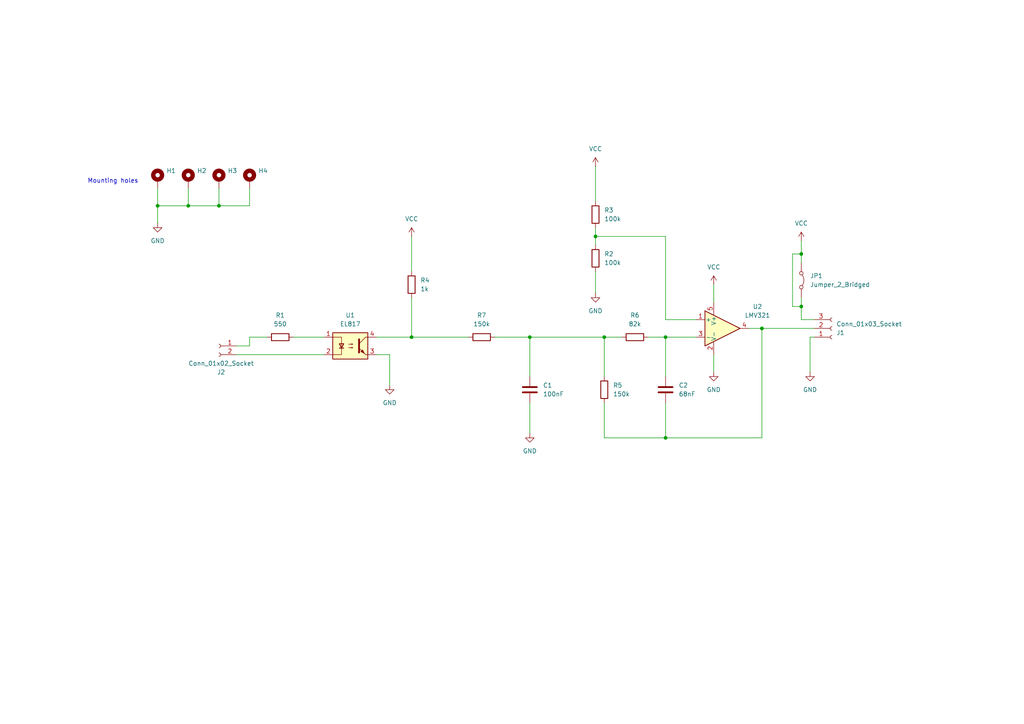
<source format=kicad_sch>
(kicad_sch
	(version 20231120)
	(generator "eeschema")
	(generator_version "8.0")
	(uuid "ca4e2b1e-9da4-43eb-9607-ed6253c924f4")
	(paper "A4")
	(title_block
		(title "PWM to 5Vdc converter")
		(date "2025-02-03")
		(rev "1.0")
		(comment 1 "Author: Bruno Schwander")
		(comment 2 "adjust R1 if fan input is different voltage")
		(comment 3 "by common low frequency 12V PWM fan output of 3Dprinter boards")
		(comment 4 "intended to be used to speed-control BLDC hair drier fan")
	)
	(lib_symbols
		(symbol "Amplifier_Operational:LMV321"
			(pin_names
				(offset 0.127)
			)
			(exclude_from_sim no)
			(in_bom yes)
			(on_board yes)
			(property "Reference" "U"
				(at 0 5.08 0)
				(effects
					(font
						(size 1.27 1.27)
					)
					(justify left)
				)
			)
			(property "Value" "LMV321"
				(at 0 -5.08 0)
				(effects
					(font
						(size 1.27 1.27)
					)
					(justify left)
				)
			)
			(property "Footprint" ""
				(at 0 0 0)
				(effects
					(font
						(size 1.27 1.27)
					)
					(justify left)
					(hide yes)
				)
			)
			(property "Datasheet" "http://www.ti.com/lit/ds/symlink/lmv324.pdf"
				(at 0 0 0)
				(effects
					(font
						(size 1.27 1.27)
					)
					(hide yes)
				)
			)
			(property "Description" "Low-Voltage Rail-to-Rail Output Operational Amplifiers, SOT-23-5/SC-70-5"
				(at 0 0 0)
				(effects
					(font
						(size 1.27 1.27)
					)
					(hide yes)
				)
			)
			(property "ki_keywords" "single opamp"
				(at 0 0 0)
				(effects
					(font
						(size 1.27 1.27)
					)
					(hide yes)
				)
			)
			(property "ki_fp_filters" "SOT?23* *SC*70*"
				(at 0 0 0)
				(effects
					(font
						(size 1.27 1.27)
					)
					(hide yes)
				)
			)
			(symbol "LMV321_0_1"
				(polyline
					(pts
						(xy -5.08 5.08) (xy 5.08 0) (xy -5.08 -5.08) (xy -5.08 5.08)
					)
					(stroke
						(width 0.254)
						(type default)
					)
					(fill
						(type background)
					)
				)
				(pin power_in line
					(at -2.54 -7.62 90)
					(length 3.81)
					(name "V-"
						(effects
							(font
								(size 1.27 1.27)
							)
						)
					)
					(number "2"
						(effects
							(font
								(size 1.27 1.27)
							)
						)
					)
				)
				(pin power_in line
					(at -2.54 7.62 270)
					(length 3.81)
					(name "V+"
						(effects
							(font
								(size 1.27 1.27)
							)
						)
					)
					(number "5"
						(effects
							(font
								(size 1.27 1.27)
							)
						)
					)
				)
			)
			(symbol "LMV321_1_1"
				(pin input line
					(at -7.62 2.54 0)
					(length 2.54)
					(name "+"
						(effects
							(font
								(size 1.27 1.27)
							)
						)
					)
					(number "1"
						(effects
							(font
								(size 1.27 1.27)
							)
						)
					)
				)
				(pin input line
					(at -7.62 -2.54 0)
					(length 2.54)
					(name "-"
						(effects
							(font
								(size 1.27 1.27)
							)
						)
					)
					(number "3"
						(effects
							(font
								(size 1.27 1.27)
							)
						)
					)
				)
				(pin output line
					(at 7.62 0 180)
					(length 2.54)
					(name "~"
						(effects
							(font
								(size 1.27 1.27)
							)
						)
					)
					(number "4"
						(effects
							(font
								(size 1.27 1.27)
							)
						)
					)
				)
			)
		)
		(symbol "Connector:Conn_01x02_Socket"
			(pin_names
				(offset 1.016) hide)
			(exclude_from_sim no)
			(in_bom yes)
			(on_board yes)
			(property "Reference" "J"
				(at 0 2.54 0)
				(effects
					(font
						(size 1.27 1.27)
					)
				)
			)
			(property "Value" "Conn_01x02_Socket"
				(at 0 -5.08 0)
				(effects
					(font
						(size 1.27 1.27)
					)
				)
			)
			(property "Footprint" ""
				(at 0 0 0)
				(effects
					(font
						(size 1.27 1.27)
					)
					(hide yes)
				)
			)
			(property "Datasheet" "~"
				(at 0 0 0)
				(effects
					(font
						(size 1.27 1.27)
					)
					(hide yes)
				)
			)
			(property "Description" "Generic connector, single row, 01x02, script generated"
				(at 0 0 0)
				(effects
					(font
						(size 1.27 1.27)
					)
					(hide yes)
				)
			)
			(property "ki_locked" ""
				(at 0 0 0)
				(effects
					(font
						(size 1.27 1.27)
					)
				)
			)
			(property "ki_keywords" "connector"
				(at 0 0 0)
				(effects
					(font
						(size 1.27 1.27)
					)
					(hide yes)
				)
			)
			(property "ki_fp_filters" "Connector*:*_1x??_*"
				(at 0 0 0)
				(effects
					(font
						(size 1.27 1.27)
					)
					(hide yes)
				)
			)
			(symbol "Conn_01x02_Socket_1_1"
				(arc
					(start 0 -2.032)
					(mid -0.5058 -2.54)
					(end 0 -3.048)
					(stroke
						(width 0.1524)
						(type default)
					)
					(fill
						(type none)
					)
				)
				(polyline
					(pts
						(xy -1.27 -2.54) (xy -0.508 -2.54)
					)
					(stroke
						(width 0.1524)
						(type default)
					)
					(fill
						(type none)
					)
				)
				(polyline
					(pts
						(xy -1.27 0) (xy -0.508 0)
					)
					(stroke
						(width 0.1524)
						(type default)
					)
					(fill
						(type none)
					)
				)
				(arc
					(start 0 0.508)
					(mid -0.5058 0)
					(end 0 -0.508)
					(stroke
						(width 0.1524)
						(type default)
					)
					(fill
						(type none)
					)
				)
				(pin passive line
					(at -5.08 0 0)
					(length 3.81)
					(name "Pin_1"
						(effects
							(font
								(size 1.27 1.27)
							)
						)
					)
					(number "1"
						(effects
							(font
								(size 1.27 1.27)
							)
						)
					)
				)
				(pin passive line
					(at -5.08 -2.54 0)
					(length 3.81)
					(name "Pin_2"
						(effects
							(font
								(size 1.27 1.27)
							)
						)
					)
					(number "2"
						(effects
							(font
								(size 1.27 1.27)
							)
						)
					)
				)
			)
		)
		(symbol "Connector:Conn_01x03_Socket"
			(pin_names
				(offset 1.016) hide)
			(exclude_from_sim no)
			(in_bom yes)
			(on_board yes)
			(property "Reference" "J"
				(at 0 5.08 0)
				(effects
					(font
						(size 1.27 1.27)
					)
				)
			)
			(property "Value" "Conn_01x03_Socket"
				(at 0 -5.08 0)
				(effects
					(font
						(size 1.27 1.27)
					)
				)
			)
			(property "Footprint" ""
				(at 0 0 0)
				(effects
					(font
						(size 1.27 1.27)
					)
					(hide yes)
				)
			)
			(property "Datasheet" "~"
				(at 0 0 0)
				(effects
					(font
						(size 1.27 1.27)
					)
					(hide yes)
				)
			)
			(property "Description" "Generic connector, single row, 01x03, script generated"
				(at 0 0 0)
				(effects
					(font
						(size 1.27 1.27)
					)
					(hide yes)
				)
			)
			(property "ki_locked" ""
				(at 0 0 0)
				(effects
					(font
						(size 1.27 1.27)
					)
				)
			)
			(property "ki_keywords" "connector"
				(at 0 0 0)
				(effects
					(font
						(size 1.27 1.27)
					)
					(hide yes)
				)
			)
			(property "ki_fp_filters" "Connector*:*_1x??_*"
				(at 0 0 0)
				(effects
					(font
						(size 1.27 1.27)
					)
					(hide yes)
				)
			)
			(symbol "Conn_01x03_Socket_1_1"
				(arc
					(start 0 -2.032)
					(mid -0.5058 -2.54)
					(end 0 -3.048)
					(stroke
						(width 0.1524)
						(type default)
					)
					(fill
						(type none)
					)
				)
				(polyline
					(pts
						(xy -1.27 -2.54) (xy -0.508 -2.54)
					)
					(stroke
						(width 0.1524)
						(type default)
					)
					(fill
						(type none)
					)
				)
				(polyline
					(pts
						(xy -1.27 0) (xy -0.508 0)
					)
					(stroke
						(width 0.1524)
						(type default)
					)
					(fill
						(type none)
					)
				)
				(polyline
					(pts
						(xy -1.27 2.54) (xy -0.508 2.54)
					)
					(stroke
						(width 0.1524)
						(type default)
					)
					(fill
						(type none)
					)
				)
				(arc
					(start 0 0.508)
					(mid -0.5058 0)
					(end 0 -0.508)
					(stroke
						(width 0.1524)
						(type default)
					)
					(fill
						(type none)
					)
				)
				(arc
					(start 0 3.048)
					(mid -0.5058 2.54)
					(end 0 2.032)
					(stroke
						(width 0.1524)
						(type default)
					)
					(fill
						(type none)
					)
				)
				(pin passive line
					(at -5.08 2.54 0)
					(length 3.81)
					(name "Pin_1"
						(effects
							(font
								(size 1.27 1.27)
							)
						)
					)
					(number "1"
						(effects
							(font
								(size 1.27 1.27)
							)
						)
					)
				)
				(pin passive line
					(at -5.08 0 0)
					(length 3.81)
					(name "Pin_2"
						(effects
							(font
								(size 1.27 1.27)
							)
						)
					)
					(number "2"
						(effects
							(font
								(size 1.27 1.27)
							)
						)
					)
				)
				(pin passive line
					(at -5.08 -2.54 0)
					(length 3.81)
					(name "Pin_3"
						(effects
							(font
								(size 1.27 1.27)
							)
						)
					)
					(number "3"
						(effects
							(font
								(size 1.27 1.27)
							)
						)
					)
				)
			)
		)
		(symbol "Device:C"
			(pin_numbers hide)
			(pin_names
				(offset 0.254)
			)
			(exclude_from_sim no)
			(in_bom yes)
			(on_board yes)
			(property "Reference" "C"
				(at 0.635 2.54 0)
				(effects
					(font
						(size 1.27 1.27)
					)
					(justify left)
				)
			)
			(property "Value" "C"
				(at 0.635 -2.54 0)
				(effects
					(font
						(size 1.27 1.27)
					)
					(justify left)
				)
			)
			(property "Footprint" ""
				(at 0.9652 -3.81 0)
				(effects
					(font
						(size 1.27 1.27)
					)
					(hide yes)
				)
			)
			(property "Datasheet" "~"
				(at 0 0 0)
				(effects
					(font
						(size 1.27 1.27)
					)
					(hide yes)
				)
			)
			(property "Description" "Unpolarized capacitor"
				(at 0 0 0)
				(effects
					(font
						(size 1.27 1.27)
					)
					(hide yes)
				)
			)
			(property "ki_keywords" "cap capacitor"
				(at 0 0 0)
				(effects
					(font
						(size 1.27 1.27)
					)
					(hide yes)
				)
			)
			(property "ki_fp_filters" "C_*"
				(at 0 0 0)
				(effects
					(font
						(size 1.27 1.27)
					)
					(hide yes)
				)
			)
			(symbol "C_0_1"
				(polyline
					(pts
						(xy -2.032 -0.762) (xy 2.032 -0.762)
					)
					(stroke
						(width 0.508)
						(type default)
					)
					(fill
						(type none)
					)
				)
				(polyline
					(pts
						(xy -2.032 0.762) (xy 2.032 0.762)
					)
					(stroke
						(width 0.508)
						(type default)
					)
					(fill
						(type none)
					)
				)
			)
			(symbol "C_1_1"
				(pin passive line
					(at 0 3.81 270)
					(length 2.794)
					(name "~"
						(effects
							(font
								(size 1.27 1.27)
							)
						)
					)
					(number "1"
						(effects
							(font
								(size 1.27 1.27)
							)
						)
					)
				)
				(pin passive line
					(at 0 -3.81 90)
					(length 2.794)
					(name "~"
						(effects
							(font
								(size 1.27 1.27)
							)
						)
					)
					(number "2"
						(effects
							(font
								(size 1.27 1.27)
							)
						)
					)
				)
			)
		)
		(symbol "Device:R"
			(pin_numbers hide)
			(pin_names
				(offset 0)
			)
			(exclude_from_sim no)
			(in_bom yes)
			(on_board yes)
			(property "Reference" "R"
				(at 2.032 0 90)
				(effects
					(font
						(size 1.27 1.27)
					)
				)
			)
			(property "Value" "R"
				(at 0 0 90)
				(effects
					(font
						(size 1.27 1.27)
					)
				)
			)
			(property "Footprint" ""
				(at -1.778 0 90)
				(effects
					(font
						(size 1.27 1.27)
					)
					(hide yes)
				)
			)
			(property "Datasheet" "~"
				(at 0 0 0)
				(effects
					(font
						(size 1.27 1.27)
					)
					(hide yes)
				)
			)
			(property "Description" "Resistor"
				(at 0 0 0)
				(effects
					(font
						(size 1.27 1.27)
					)
					(hide yes)
				)
			)
			(property "ki_keywords" "R res resistor"
				(at 0 0 0)
				(effects
					(font
						(size 1.27 1.27)
					)
					(hide yes)
				)
			)
			(property "ki_fp_filters" "R_*"
				(at 0 0 0)
				(effects
					(font
						(size 1.27 1.27)
					)
					(hide yes)
				)
			)
			(symbol "R_0_1"
				(rectangle
					(start -1.016 -2.54)
					(end 1.016 2.54)
					(stroke
						(width 0.254)
						(type default)
					)
					(fill
						(type none)
					)
				)
			)
			(symbol "R_1_1"
				(pin passive line
					(at 0 3.81 270)
					(length 1.27)
					(name "~"
						(effects
							(font
								(size 1.27 1.27)
							)
						)
					)
					(number "1"
						(effects
							(font
								(size 1.27 1.27)
							)
						)
					)
				)
				(pin passive line
					(at 0 -3.81 90)
					(length 1.27)
					(name "~"
						(effects
							(font
								(size 1.27 1.27)
							)
						)
					)
					(number "2"
						(effects
							(font
								(size 1.27 1.27)
							)
						)
					)
				)
			)
		)
		(symbol "Isolator:EL817"
			(pin_names
				(offset 1.016)
			)
			(exclude_from_sim no)
			(in_bom yes)
			(on_board yes)
			(property "Reference" "U"
				(at -5.08 5.08 0)
				(effects
					(font
						(size 1.27 1.27)
					)
					(justify left)
				)
			)
			(property "Value" "EL817"
				(at 0 5.08 0)
				(effects
					(font
						(size 1.27 1.27)
					)
					(justify left)
				)
			)
			(property "Footprint" "Package_DIP:DIP-4_W7.62mm"
				(at -5.08 -5.08 0)
				(effects
					(font
						(size 1.27 1.27)
						(italic yes)
					)
					(justify left)
					(hide yes)
				)
			)
			(property "Datasheet" "http://www.everlight.com/file/ProductFile/EL817.pdf"
				(at 0 0 0)
				(effects
					(font
						(size 1.27 1.27)
					)
					(justify left)
					(hide yes)
				)
			)
			(property "Description" "DC Optocoupler, Vce 35V, DIP-4"
				(at 0 0 0)
				(effects
					(font
						(size 1.27 1.27)
					)
					(hide yes)
				)
			)
			(property "ki_keywords" "NPN DC Optocoupler"
				(at 0 0 0)
				(effects
					(font
						(size 1.27 1.27)
					)
					(hide yes)
				)
			)
			(property "ki_fp_filters" "DIP*W7.62mm*"
				(at 0 0 0)
				(effects
					(font
						(size 1.27 1.27)
					)
					(hide yes)
				)
			)
			(symbol "EL817_0_1"
				(rectangle
					(start -5.08 3.81)
					(end 5.08 -3.81)
					(stroke
						(width 0.254)
						(type default)
					)
					(fill
						(type background)
					)
				)
				(polyline
					(pts
						(xy -3.175 -0.635) (xy -1.905 -0.635)
					)
					(stroke
						(width 0.254)
						(type default)
					)
					(fill
						(type none)
					)
				)
				(polyline
					(pts
						(xy 2.54 0.635) (xy 4.445 2.54)
					)
					(stroke
						(width 0)
						(type default)
					)
					(fill
						(type none)
					)
				)
				(polyline
					(pts
						(xy 4.445 -2.54) (xy 2.54 -0.635)
					)
					(stroke
						(width 0)
						(type default)
					)
					(fill
						(type outline)
					)
				)
				(polyline
					(pts
						(xy 4.445 -2.54) (xy 5.08 -2.54)
					)
					(stroke
						(width 0)
						(type default)
					)
					(fill
						(type none)
					)
				)
				(polyline
					(pts
						(xy 4.445 2.54) (xy 5.08 2.54)
					)
					(stroke
						(width 0)
						(type default)
					)
					(fill
						(type none)
					)
				)
				(polyline
					(pts
						(xy -5.08 2.54) (xy -2.54 2.54) (xy -2.54 -0.635)
					)
					(stroke
						(width 0)
						(type default)
					)
					(fill
						(type none)
					)
				)
				(polyline
					(pts
						(xy -2.54 -0.635) (xy -2.54 -2.54) (xy -5.08 -2.54)
					)
					(stroke
						(width 0)
						(type default)
					)
					(fill
						(type none)
					)
				)
				(polyline
					(pts
						(xy 2.54 1.905) (xy 2.54 -1.905) (xy 2.54 -1.905)
					)
					(stroke
						(width 0.508)
						(type default)
					)
					(fill
						(type none)
					)
				)
				(polyline
					(pts
						(xy -2.54 -0.635) (xy -3.175 0.635) (xy -1.905 0.635) (xy -2.54 -0.635)
					)
					(stroke
						(width 0.254)
						(type default)
					)
					(fill
						(type none)
					)
				)
				(polyline
					(pts
						(xy -0.508 -0.508) (xy 0.762 -0.508) (xy 0.381 -0.635) (xy 0.381 -0.381) (xy 0.762 -0.508)
					)
					(stroke
						(width 0)
						(type default)
					)
					(fill
						(type none)
					)
				)
				(polyline
					(pts
						(xy -0.508 0.508) (xy 0.762 0.508) (xy 0.381 0.381) (xy 0.381 0.635) (xy 0.762 0.508)
					)
					(stroke
						(width 0)
						(type default)
					)
					(fill
						(type none)
					)
				)
				(polyline
					(pts
						(xy 3.048 -1.651) (xy 3.556 -1.143) (xy 4.064 -2.159) (xy 3.048 -1.651) (xy 3.048 -1.651)
					)
					(stroke
						(width 0)
						(type default)
					)
					(fill
						(type outline)
					)
				)
			)
			(symbol "EL817_1_1"
				(pin passive line
					(at -7.62 2.54 0)
					(length 2.54)
					(name "~"
						(effects
							(font
								(size 1.27 1.27)
							)
						)
					)
					(number "1"
						(effects
							(font
								(size 1.27 1.27)
							)
						)
					)
				)
				(pin passive line
					(at -7.62 -2.54 0)
					(length 2.54)
					(name "~"
						(effects
							(font
								(size 1.27 1.27)
							)
						)
					)
					(number "2"
						(effects
							(font
								(size 1.27 1.27)
							)
						)
					)
				)
				(pin passive line
					(at 7.62 -2.54 180)
					(length 2.54)
					(name "~"
						(effects
							(font
								(size 1.27 1.27)
							)
						)
					)
					(number "3"
						(effects
							(font
								(size 1.27 1.27)
							)
						)
					)
				)
				(pin passive line
					(at 7.62 2.54 180)
					(length 2.54)
					(name "~"
						(effects
							(font
								(size 1.27 1.27)
							)
						)
					)
					(number "4"
						(effects
							(font
								(size 1.27 1.27)
							)
						)
					)
				)
			)
		)
		(symbol "Jumper:Jumper_2_Bridged"
			(pin_numbers hide)
			(pin_names
				(offset 0) hide)
			(exclude_from_sim yes)
			(in_bom yes)
			(on_board yes)
			(property "Reference" "JP"
				(at 0 1.905 0)
				(effects
					(font
						(size 1.27 1.27)
					)
				)
			)
			(property "Value" "Jumper_2_Bridged"
				(at 0 -2.54 0)
				(effects
					(font
						(size 1.27 1.27)
					)
				)
			)
			(property "Footprint" ""
				(at 0 0 0)
				(effects
					(font
						(size 1.27 1.27)
					)
					(hide yes)
				)
			)
			(property "Datasheet" "~"
				(at 0 0 0)
				(effects
					(font
						(size 1.27 1.27)
					)
					(hide yes)
				)
			)
			(property "Description" "Jumper, 2-pole, closed/bridged"
				(at 0 0 0)
				(effects
					(font
						(size 1.27 1.27)
					)
					(hide yes)
				)
			)
			(property "ki_keywords" "Jumper SPST"
				(at 0 0 0)
				(effects
					(font
						(size 1.27 1.27)
					)
					(hide yes)
				)
			)
			(property "ki_fp_filters" "Jumper* TestPoint*2Pads* TestPoint*Bridge*"
				(at 0 0 0)
				(effects
					(font
						(size 1.27 1.27)
					)
					(hide yes)
				)
			)
			(symbol "Jumper_2_Bridged_0_0"
				(circle
					(center -2.032 0)
					(radius 0.508)
					(stroke
						(width 0)
						(type default)
					)
					(fill
						(type none)
					)
				)
				(circle
					(center 2.032 0)
					(radius 0.508)
					(stroke
						(width 0)
						(type default)
					)
					(fill
						(type none)
					)
				)
			)
			(symbol "Jumper_2_Bridged_0_1"
				(arc
					(start 1.524 0.254)
					(mid 0 0.762)
					(end -1.524 0.254)
					(stroke
						(width 0)
						(type default)
					)
					(fill
						(type none)
					)
				)
			)
			(symbol "Jumper_2_Bridged_1_1"
				(pin passive line
					(at -5.08 0 0)
					(length 2.54)
					(name "A"
						(effects
							(font
								(size 1.27 1.27)
							)
						)
					)
					(number "1"
						(effects
							(font
								(size 1.27 1.27)
							)
						)
					)
				)
				(pin passive line
					(at 5.08 0 180)
					(length 2.54)
					(name "B"
						(effects
							(font
								(size 1.27 1.27)
							)
						)
					)
					(number "2"
						(effects
							(font
								(size 1.27 1.27)
							)
						)
					)
				)
			)
		)
		(symbol "Mechanical:MountingHole_Pad_MP"
			(pin_numbers hide)
			(pin_names
				(offset 1.016) hide)
			(exclude_from_sim yes)
			(in_bom no)
			(on_board yes)
			(property "Reference" "H"
				(at 0 6.35 0)
				(effects
					(font
						(size 1.27 1.27)
					)
				)
			)
			(property "Value" "MountingHole_Pad_MP"
				(at 0 4.445 0)
				(effects
					(font
						(size 1.27 1.27)
					)
				)
			)
			(property "Footprint" ""
				(at 0 0 0)
				(effects
					(font
						(size 1.27 1.27)
					)
					(hide yes)
				)
			)
			(property "Datasheet" "~"
				(at 0 0 0)
				(effects
					(font
						(size 1.27 1.27)
					)
					(hide yes)
				)
			)
			(property "Description" "Mounting Hole with connection as pad named MP"
				(at 0 0 0)
				(effects
					(font
						(size 1.27 1.27)
					)
					(hide yes)
				)
			)
			(property "ki_keywords" "mounting hole"
				(at 0 0 0)
				(effects
					(font
						(size 1.27 1.27)
					)
					(hide yes)
				)
			)
			(property "ki_fp_filters" "MountingHole*Pad*"
				(at 0 0 0)
				(effects
					(font
						(size 1.27 1.27)
					)
					(hide yes)
				)
			)
			(symbol "MountingHole_Pad_MP_0_1"
				(circle
					(center 0 1.27)
					(radius 1.27)
					(stroke
						(width 1.27)
						(type default)
					)
					(fill
						(type none)
					)
				)
			)
			(symbol "MountingHole_Pad_MP_1_1"
				(pin input line
					(at 0 -2.54 90)
					(length 2.54)
					(name "MP"
						(effects
							(font
								(size 1.27 1.27)
							)
						)
					)
					(number "MP"
						(effects
							(font
								(size 1.27 1.27)
							)
						)
					)
				)
			)
		)
		(symbol "power:GND"
			(power)
			(pin_numbers hide)
			(pin_names
				(offset 0) hide)
			(exclude_from_sim no)
			(in_bom yes)
			(on_board yes)
			(property "Reference" "#PWR"
				(at 0 -6.35 0)
				(effects
					(font
						(size 1.27 1.27)
					)
					(hide yes)
				)
			)
			(property "Value" "GND"
				(at 0 -3.81 0)
				(effects
					(font
						(size 1.27 1.27)
					)
				)
			)
			(property "Footprint" ""
				(at 0 0 0)
				(effects
					(font
						(size 1.27 1.27)
					)
					(hide yes)
				)
			)
			(property "Datasheet" ""
				(at 0 0 0)
				(effects
					(font
						(size 1.27 1.27)
					)
					(hide yes)
				)
			)
			(property "Description" "Power symbol creates a global label with name \"GND\" , ground"
				(at 0 0 0)
				(effects
					(font
						(size 1.27 1.27)
					)
					(hide yes)
				)
			)
			(property "ki_keywords" "global power"
				(at 0 0 0)
				(effects
					(font
						(size 1.27 1.27)
					)
					(hide yes)
				)
			)
			(symbol "GND_0_1"
				(polyline
					(pts
						(xy 0 0) (xy 0 -1.27) (xy 1.27 -1.27) (xy 0 -2.54) (xy -1.27 -1.27) (xy 0 -1.27)
					)
					(stroke
						(width 0)
						(type default)
					)
					(fill
						(type none)
					)
				)
			)
			(symbol "GND_1_1"
				(pin power_in line
					(at 0 0 270)
					(length 0)
					(name "~"
						(effects
							(font
								(size 1.27 1.27)
							)
						)
					)
					(number "1"
						(effects
							(font
								(size 1.27 1.27)
							)
						)
					)
				)
			)
		)
		(symbol "power:VCC"
			(power)
			(pin_numbers hide)
			(pin_names
				(offset 0) hide)
			(exclude_from_sim no)
			(in_bom yes)
			(on_board yes)
			(property "Reference" "#PWR"
				(at 0 -3.81 0)
				(effects
					(font
						(size 1.27 1.27)
					)
					(hide yes)
				)
			)
			(property "Value" "VCC"
				(at 0 3.556 0)
				(effects
					(font
						(size 1.27 1.27)
					)
				)
			)
			(property "Footprint" ""
				(at 0 0 0)
				(effects
					(font
						(size 1.27 1.27)
					)
					(hide yes)
				)
			)
			(property "Datasheet" ""
				(at 0 0 0)
				(effects
					(font
						(size 1.27 1.27)
					)
					(hide yes)
				)
			)
			(property "Description" "Power symbol creates a global label with name \"VCC\""
				(at 0 0 0)
				(effects
					(font
						(size 1.27 1.27)
					)
					(hide yes)
				)
			)
			(property "ki_keywords" "global power"
				(at 0 0 0)
				(effects
					(font
						(size 1.27 1.27)
					)
					(hide yes)
				)
			)
			(symbol "VCC_0_1"
				(polyline
					(pts
						(xy -0.762 1.27) (xy 0 2.54)
					)
					(stroke
						(width 0)
						(type default)
					)
					(fill
						(type none)
					)
				)
				(polyline
					(pts
						(xy 0 0) (xy 0 2.54)
					)
					(stroke
						(width 0)
						(type default)
					)
					(fill
						(type none)
					)
				)
				(polyline
					(pts
						(xy 0 2.54) (xy 0.762 1.27)
					)
					(stroke
						(width 0)
						(type default)
					)
					(fill
						(type none)
					)
				)
			)
			(symbol "VCC_1_1"
				(pin power_in line
					(at 0 0 90)
					(length 0)
					(name "~"
						(effects
							(font
								(size 1.27 1.27)
							)
						)
					)
					(number "1"
						(effects
							(font
								(size 1.27 1.27)
							)
						)
					)
				)
			)
		)
	)
	(junction
		(at 220.98 95.25)
		(diameter 0)
		(color 0 0 0 0)
		(uuid "0658ded6-4359-4ffc-a260-03292756acc9")
	)
	(junction
		(at 232.41 88.9)
		(diameter 0)
		(color 0 0 0 0)
		(uuid "0c8e8ade-7f79-4deb-b812-4ab38aa3df18")
	)
	(junction
		(at 175.26 97.79)
		(diameter 0)
		(color 0 0 0 0)
		(uuid "3e72cfc0-c76d-4584-b074-49b211ce8bc4")
	)
	(junction
		(at 45.72 59.69)
		(diameter 0)
		(color 0 0 0 0)
		(uuid "4500618b-b83a-44ec-b5fd-b0c6f55c7487")
	)
	(junction
		(at 193.04 127)
		(diameter 0)
		(color 0 0 0 0)
		(uuid "4fd4c779-895d-4542-b09e-1d3d239a31c8")
	)
	(junction
		(at 63.5 59.69)
		(diameter 0)
		(color 0 0 0 0)
		(uuid "5ddb12d0-6486-4074-ada7-057b7a8b7cc1")
	)
	(junction
		(at 54.61 59.69)
		(diameter 0)
		(color 0 0 0 0)
		(uuid "62457d92-0686-4e5a-8dfb-3e102dd069df")
	)
	(junction
		(at 232.41 73.66)
		(diameter 0)
		(color 0 0 0 0)
		(uuid "9e945d43-8264-4db5-bdff-42052bc35743")
	)
	(junction
		(at 172.72 68.58)
		(diameter 0)
		(color 0 0 0 0)
		(uuid "9f0a8dc8-c847-4b2b-9a9c-52c29074862c")
	)
	(junction
		(at 119.38 97.79)
		(diameter 0)
		(color 0 0 0 0)
		(uuid "a591ef7f-f257-4654-8ced-7c5bc7d1a151")
	)
	(junction
		(at 153.67 97.79)
		(diameter 0)
		(color 0 0 0 0)
		(uuid "c2524e54-ddbb-4ad7-810f-478e26f2700a")
	)
	(junction
		(at 193.04 97.79)
		(diameter 0)
		(color 0 0 0 0)
		(uuid "dd9a124b-e1f6-4c19-81b6-15d10ff2e92e")
	)
	(wire
		(pts
			(xy 232.41 86.36) (xy 232.41 88.9)
		)
		(stroke
			(width 0)
			(type default)
		)
		(uuid "00ef223a-adb8-4f24-a095-db17a4160acf")
	)
	(wire
		(pts
			(xy 68.58 102.87) (xy 93.98 102.87)
		)
		(stroke
			(width 0)
			(type default)
		)
		(uuid "026db813-77c9-465f-a880-778503dc7758")
	)
	(wire
		(pts
			(xy 153.67 109.22) (xy 153.67 97.79)
		)
		(stroke
			(width 0)
			(type default)
		)
		(uuid "029975bf-3aec-4e09-8b5e-6c7bad4ee2b8")
	)
	(wire
		(pts
			(xy 72.39 100.33) (xy 68.58 100.33)
		)
		(stroke
			(width 0)
			(type default)
		)
		(uuid "0ad67926-04b4-4843-943e-984a687e2b74")
	)
	(wire
		(pts
			(xy 193.04 97.79) (xy 201.93 97.79)
		)
		(stroke
			(width 0)
			(type default)
		)
		(uuid "0c5fbecd-6a3b-484c-9cd6-8072db5d5d3b")
	)
	(wire
		(pts
			(xy 175.26 127) (xy 175.26 116.84)
		)
		(stroke
			(width 0)
			(type default)
		)
		(uuid "14f5879a-9034-45ae-8c8d-f3721a54b60b")
	)
	(wire
		(pts
			(xy 220.98 127) (xy 193.04 127)
		)
		(stroke
			(width 0)
			(type default)
		)
		(uuid "1a5aaf50-c37d-4ae0-956e-545a0df59b80")
	)
	(wire
		(pts
			(xy 72.39 97.79) (xy 72.39 100.33)
		)
		(stroke
			(width 0)
			(type default)
		)
		(uuid "1b149fa1-6e84-4f80-b4b3-2d88b431622c")
	)
	(wire
		(pts
			(xy 119.38 97.79) (xy 135.89 97.79)
		)
		(stroke
			(width 0)
			(type default)
		)
		(uuid "1f912f9e-30cf-48e2-8ccb-dd087651a579")
	)
	(wire
		(pts
			(xy 217.17 95.25) (xy 220.98 95.25)
		)
		(stroke
			(width 0)
			(type default)
		)
		(uuid "1ff686ed-e40a-4d72-91ee-8152fbfe7387")
	)
	(wire
		(pts
			(xy 63.5 59.69) (xy 72.39 59.69)
		)
		(stroke
			(width 0)
			(type default)
		)
		(uuid "27befed1-dbc5-491a-8bd2-23d490a63d1b")
	)
	(wire
		(pts
			(xy 72.39 97.79) (xy 77.47 97.79)
		)
		(stroke
			(width 0)
			(type default)
		)
		(uuid "2b7b5519-e81d-4a53-af8d-6aee3a2e4f35")
	)
	(wire
		(pts
			(xy 175.26 97.79) (xy 175.26 109.22)
		)
		(stroke
			(width 0)
			(type default)
		)
		(uuid "2d73368c-8754-47a7-b933-8d45776478cc")
	)
	(wire
		(pts
			(xy 63.5 54.61) (xy 63.5 59.69)
		)
		(stroke
			(width 0)
			(type default)
		)
		(uuid "2eb729ee-54ce-417a-b9df-366a4de1291e")
	)
	(wire
		(pts
			(xy 232.41 92.71) (xy 236.22 92.71)
		)
		(stroke
			(width 0)
			(type default)
		)
		(uuid "3131c007-45f9-4247-be6b-fb69944a058d")
	)
	(wire
		(pts
			(xy 232.41 73.66) (xy 229.87 73.66)
		)
		(stroke
			(width 0)
			(type default)
		)
		(uuid "33eb89c2-f890-40dc-a6e0-6f32be8e90f3")
	)
	(wire
		(pts
			(xy 207.01 102.87) (xy 207.01 107.95)
		)
		(stroke
			(width 0)
			(type default)
		)
		(uuid "39843fa3-4785-4850-af4b-80c83a777b4f")
	)
	(wire
		(pts
			(xy 54.61 54.61) (xy 54.61 59.69)
		)
		(stroke
			(width 0)
			(type default)
		)
		(uuid "4714be69-442e-4b0a-b740-4d3c7cfefc81")
	)
	(wire
		(pts
			(xy 109.22 102.87) (xy 113.03 102.87)
		)
		(stroke
			(width 0)
			(type default)
		)
		(uuid "4b814262-8a0e-4bda-b44c-8d7b4c0676a3")
	)
	(wire
		(pts
			(xy 153.67 97.79) (xy 175.26 97.79)
		)
		(stroke
			(width 0)
			(type default)
		)
		(uuid "532f5969-dd42-43c9-aab4-7a7f255fe909")
	)
	(wire
		(pts
			(xy 193.04 68.58) (xy 193.04 92.71)
		)
		(stroke
			(width 0)
			(type default)
		)
		(uuid "5f6b958c-516c-4cc2-ae36-8808abffda28")
	)
	(wire
		(pts
			(xy 220.98 95.25) (xy 236.22 95.25)
		)
		(stroke
			(width 0)
			(type default)
		)
		(uuid "5f8b87b8-dcb2-43c7-a521-15d7508ee4ba")
	)
	(wire
		(pts
			(xy 153.67 116.84) (xy 153.67 125.73)
		)
		(stroke
			(width 0)
			(type default)
		)
		(uuid "61893b98-aa62-4b9f-83b6-874772811659")
	)
	(wire
		(pts
			(xy 172.72 68.58) (xy 193.04 68.58)
		)
		(stroke
			(width 0)
			(type default)
		)
		(uuid "70c65829-6b2d-4580-8fa6-e27deb2464c4")
	)
	(wire
		(pts
			(xy 229.87 88.9) (xy 232.41 88.9)
		)
		(stroke
			(width 0)
			(type default)
		)
		(uuid "72683246-4782-428f-ab6c-2b6a4d514b2f")
	)
	(wire
		(pts
			(xy 193.04 97.79) (xy 193.04 109.22)
		)
		(stroke
			(width 0)
			(type default)
		)
		(uuid "7433c313-d2da-4996-a13a-ea1e54989f66")
	)
	(wire
		(pts
			(xy 193.04 116.84) (xy 193.04 127)
		)
		(stroke
			(width 0)
			(type default)
		)
		(uuid "76b92cda-d96e-437c-9606-ceae4f46e835")
	)
	(wire
		(pts
			(xy 72.39 59.69) (xy 72.39 54.61)
		)
		(stroke
			(width 0)
			(type default)
		)
		(uuid "78e9f9f6-6e98-43fa-b885-1492e053b564")
	)
	(wire
		(pts
			(xy 172.72 48.26) (xy 172.72 58.42)
		)
		(stroke
			(width 0)
			(type default)
		)
		(uuid "7bbc1b07-ee99-45b4-948c-4b22a0115228")
	)
	(wire
		(pts
			(xy 229.87 73.66) (xy 229.87 88.9)
		)
		(stroke
			(width 0)
			(type default)
		)
		(uuid "7eabd681-5a5b-4e54-84ec-e46acd6b4774")
	)
	(wire
		(pts
			(xy 85.09 97.79) (xy 93.98 97.79)
		)
		(stroke
			(width 0)
			(type default)
		)
		(uuid "8c91a8ec-841c-49c5-afae-4c4e2059e6ba")
	)
	(wire
		(pts
			(xy 119.38 68.58) (xy 119.38 78.74)
		)
		(stroke
			(width 0)
			(type default)
		)
		(uuid "96e2b944-312a-43b5-87de-d65bbbb3816c")
	)
	(wire
		(pts
			(xy 232.41 69.85) (xy 232.41 73.66)
		)
		(stroke
			(width 0)
			(type default)
		)
		(uuid "a404aaa2-5d9c-46de-af74-dbf18dfa01db")
	)
	(wire
		(pts
			(xy 232.41 73.66) (xy 232.41 76.2)
		)
		(stroke
			(width 0)
			(type default)
		)
		(uuid "a8f9154f-b561-4b9f-b24a-3ef820b72b76")
	)
	(wire
		(pts
			(xy 172.72 68.58) (xy 172.72 71.12)
		)
		(stroke
			(width 0)
			(type default)
		)
		(uuid "b1d341ae-5d25-4df3-9791-11aa3e95ba2a")
	)
	(wire
		(pts
			(xy 54.61 59.69) (xy 63.5 59.69)
		)
		(stroke
			(width 0)
			(type default)
		)
		(uuid "ba0abe7b-a2e0-4606-880e-850732bf81fa")
	)
	(wire
		(pts
			(xy 187.96 97.79) (xy 193.04 97.79)
		)
		(stroke
			(width 0)
			(type default)
		)
		(uuid "c3994fcb-62ec-4f6c-aa8f-4e5c29127040")
	)
	(wire
		(pts
			(xy 207.01 82.55) (xy 207.01 87.63)
		)
		(stroke
			(width 0)
			(type default)
		)
		(uuid "c480afd6-2b8a-46d1-ad29-20e231bdb90d")
	)
	(wire
		(pts
			(xy 232.41 88.9) (xy 232.41 92.71)
		)
		(stroke
			(width 0)
			(type default)
		)
		(uuid "c9056b9b-82df-40d8-b2ce-19ea54e9c202")
	)
	(wire
		(pts
			(xy 236.22 97.79) (xy 234.95 97.79)
		)
		(stroke
			(width 0)
			(type default)
		)
		(uuid "cc283c09-6f6b-4911-a839-47d63be5811c")
	)
	(wire
		(pts
			(xy 113.03 102.87) (xy 113.03 111.76)
		)
		(stroke
			(width 0)
			(type default)
		)
		(uuid "ced11094-89cf-4d7d-873a-2216a1955444")
	)
	(wire
		(pts
			(xy 175.26 97.79) (xy 180.34 97.79)
		)
		(stroke
			(width 0)
			(type default)
		)
		(uuid "d04752d9-67a1-4cf7-87a2-e66b1c512467")
	)
	(wire
		(pts
			(xy 193.04 92.71) (xy 201.93 92.71)
		)
		(stroke
			(width 0)
			(type default)
		)
		(uuid "d2540b9e-8a97-4224-9303-1666dcbe7a1c")
	)
	(wire
		(pts
			(xy 234.95 97.79) (xy 234.95 107.95)
		)
		(stroke
			(width 0)
			(type default)
		)
		(uuid "db4a7b64-0570-49e0-8144-f8bd2adb3695")
	)
	(wire
		(pts
			(xy 109.22 97.79) (xy 119.38 97.79)
		)
		(stroke
			(width 0)
			(type default)
		)
		(uuid "deebd666-e327-40f2-833e-b2621e8ea6d1")
	)
	(wire
		(pts
			(xy 193.04 127) (xy 175.26 127)
		)
		(stroke
			(width 0)
			(type default)
		)
		(uuid "e431bdec-b2e2-4085-a6bb-4a4bd8be32d9")
	)
	(wire
		(pts
			(xy 45.72 59.69) (xy 54.61 59.69)
		)
		(stroke
			(width 0)
			(type default)
		)
		(uuid "e8dde0f3-d4f3-4594-a045-710d6bf4ca09")
	)
	(wire
		(pts
			(xy 172.72 66.04) (xy 172.72 68.58)
		)
		(stroke
			(width 0)
			(type default)
		)
		(uuid "ebd9280a-6dd3-49e2-a6e1-9af785ce4723")
	)
	(wire
		(pts
			(xy 220.98 95.25) (xy 220.98 127)
		)
		(stroke
			(width 0)
			(type default)
		)
		(uuid "ee923c34-01b6-41c3-ba71-9544b4331391")
	)
	(wire
		(pts
			(xy 45.72 54.61) (xy 45.72 59.69)
		)
		(stroke
			(width 0)
			(type default)
		)
		(uuid "ef671924-535e-4ac5-aca8-f57fcba4f90c")
	)
	(wire
		(pts
			(xy 143.51 97.79) (xy 153.67 97.79)
		)
		(stroke
			(width 0)
			(type default)
		)
		(uuid "ef89bb86-2315-4d97-a920-2f75a5aba053")
	)
	(wire
		(pts
			(xy 45.72 59.69) (xy 45.72 64.77)
		)
		(stroke
			(width 0)
			(type default)
		)
		(uuid "f1fe4180-3a1b-4465-9b85-ab5ecdfeeb73")
	)
	(wire
		(pts
			(xy 119.38 86.36) (xy 119.38 97.79)
		)
		(stroke
			(width 0)
			(type default)
		)
		(uuid "f2b5faf4-0420-49fe-9b67-9ea30aba751e")
	)
	(wire
		(pts
			(xy 172.72 78.74) (xy 172.72 85.09)
		)
		(stroke
			(width 0)
			(type default)
		)
		(uuid "fa9a80a4-b280-48e9-9d28-e90f91cc0f59")
	)
	(text "Mounting holes"
		(exclude_from_sim no)
		(at 32.766 52.578 0)
		(effects
			(font
				(size 1.27 1.27)
			)
		)
		(uuid "628576e4-10fd-477a-9106-ea161ac54596")
	)
	(symbol
		(lib_id "Device:R")
		(at 172.72 62.23 0)
		(unit 1)
		(exclude_from_sim no)
		(in_bom yes)
		(on_board yes)
		(dnp no)
		(fields_autoplaced yes)
		(uuid "0a6f7d4d-0479-4262-81c1-c1035cca655b")
		(property "Reference" "R3"
			(at 175.26 60.9599 0)
			(effects
				(font
					(size 1.27 1.27)
				)
				(justify left)
			)
		)
		(property "Value" "100k"
			(at 175.26 63.4999 0)
			(effects
				(font
					(size 1.27 1.27)
				)
				(justify left)
			)
		)
		(property "Footprint" "Resistor_SMD:R_1206_3216Metric_Pad1.30x1.75mm_HandSolder"
			(at 170.942 62.23 90)
			(effects
				(font
					(size 1.27 1.27)
				)
				(hide yes)
			)
		)
		(property "Datasheet" "~"
			(at 172.72 62.23 0)
			(effects
				(font
					(size 1.27 1.27)
				)
				(hide yes)
			)
		)
		(property "Description" "Resistor"
			(at 172.72 62.23 0)
			(effects
				(font
					(size 1.27 1.27)
				)
				(hide yes)
			)
		)
		(pin "1"
			(uuid "5413111d-8d66-4b32-9c2e-f1087c2ff3e8")
		)
		(pin "2"
			(uuid "8e4cbe2d-e163-45ab-945e-2f5770303bcf")
		)
		(instances
			(project ""
				(path "/ca4e2b1e-9da4-43eb-9607-ed6253c924f4"
					(reference "R3")
					(unit 1)
				)
			)
		)
	)
	(symbol
		(lib_id "power:GND")
		(at 207.01 107.95 0)
		(unit 1)
		(exclude_from_sim no)
		(in_bom yes)
		(on_board yes)
		(dnp no)
		(fields_autoplaced yes)
		(uuid "16cde954-29e6-44cc-8396-15aebfbb064e")
		(property "Reference" "#PWR02"
			(at 207.01 114.3 0)
			(effects
				(font
					(size 1.27 1.27)
				)
				(hide yes)
			)
		)
		(property "Value" "GND"
			(at 207.01 113.03 0)
			(effects
				(font
					(size 1.27 1.27)
				)
			)
		)
		(property "Footprint" ""
			(at 207.01 107.95 0)
			(effects
				(font
					(size 1.27 1.27)
				)
				(hide yes)
			)
		)
		(property "Datasheet" ""
			(at 207.01 107.95 0)
			(effects
				(font
					(size 1.27 1.27)
				)
				(hide yes)
			)
		)
		(property "Description" "Power symbol creates a global label with name \"GND\" , ground"
			(at 207.01 107.95 0)
			(effects
				(font
					(size 1.27 1.27)
				)
				(hide yes)
			)
		)
		(pin "1"
			(uuid "0861011e-ae07-4ca1-83e9-87fcd995739e")
		)
		(instances
			(project ""
				(path "/ca4e2b1e-9da4-43eb-9607-ed6253c924f4"
					(reference "#PWR02")
					(unit 1)
				)
			)
		)
	)
	(symbol
		(lib_id "power:GND")
		(at 172.72 85.09 0)
		(unit 1)
		(exclude_from_sim no)
		(in_bom yes)
		(on_board yes)
		(dnp no)
		(fields_autoplaced yes)
		(uuid "1eb2e8f3-6801-4bae-a4c3-e0792a6c675b")
		(property "Reference" "#PWR07"
			(at 172.72 91.44 0)
			(effects
				(font
					(size 1.27 1.27)
				)
				(hide yes)
			)
		)
		(property "Value" "GND"
			(at 172.72 90.17 0)
			(effects
				(font
					(size 1.27 1.27)
				)
			)
		)
		(property "Footprint" ""
			(at 172.72 85.09 0)
			(effects
				(font
					(size 1.27 1.27)
				)
				(hide yes)
			)
		)
		(property "Datasheet" ""
			(at 172.72 85.09 0)
			(effects
				(font
					(size 1.27 1.27)
				)
				(hide yes)
			)
		)
		(property "Description" "Power symbol creates a global label with name \"GND\" , ground"
			(at 172.72 85.09 0)
			(effects
				(font
					(size 1.27 1.27)
				)
				(hide yes)
			)
		)
		(pin "1"
			(uuid "2464846b-4741-4414-8db2-adbaf52db2ad")
		)
		(instances
			(project ""
				(path "/ca4e2b1e-9da4-43eb-9607-ed6253c924f4"
					(reference "#PWR07")
					(unit 1)
				)
			)
		)
	)
	(symbol
		(lib_id "Mechanical:MountingHole_Pad_MP")
		(at 54.61 52.07 0)
		(unit 1)
		(exclude_from_sim yes)
		(in_bom no)
		(on_board yes)
		(dnp no)
		(fields_autoplaced yes)
		(uuid "24d97e15-34f2-41a3-9ec2-95ad32a58808")
		(property "Reference" "H2"
			(at 57.15 49.5299 0)
			(effects
				(font
					(size 1.27 1.27)
				)
				(justify left)
			)
		)
		(property "Value" "MountingHole_Pad_MP"
			(at 57.15 52.0699 0)
			(effects
				(font
					(size 1.27 1.27)
				)
				(justify left)
				(hide yes)
			)
		)
		(property "Footprint" "MountingHole:MountingHole_3.2mm_M3_DIN965_Pad_TopOnly"
			(at 54.61 52.07 0)
			(effects
				(font
					(size 1.27 1.27)
				)
				(hide yes)
			)
		)
		(property "Datasheet" "~"
			(at 54.61 52.07 0)
			(effects
				(font
					(size 1.27 1.27)
				)
				(hide yes)
			)
		)
		(property "Description" "Mounting Hole with connection as pad named MP"
			(at 54.61 52.07 0)
			(effects
				(font
					(size 1.27 1.27)
				)
				(hide yes)
			)
		)
		(pin "MP"
			(uuid "353f37dd-87ad-4f70-b1eb-f5cc80a188e7")
		)
		(instances
			(project ""
				(path "/ca4e2b1e-9da4-43eb-9607-ed6253c924f4"
					(reference "H2")
					(unit 1)
				)
			)
		)
	)
	(symbol
		(lib_id "power:VCC")
		(at 172.72 48.26 0)
		(unit 1)
		(exclude_from_sim no)
		(in_bom yes)
		(on_board yes)
		(dnp no)
		(fields_autoplaced yes)
		(uuid "2fe44367-160f-4ebd-86e5-226b98460f23")
		(property "Reference" "#PWR06"
			(at 172.72 52.07 0)
			(effects
				(font
					(size 1.27 1.27)
				)
				(hide yes)
			)
		)
		(property "Value" "VCC"
			(at 172.72 43.18 0)
			(effects
				(font
					(size 1.27 1.27)
				)
			)
		)
		(property "Footprint" ""
			(at 172.72 48.26 0)
			(effects
				(font
					(size 1.27 1.27)
				)
				(hide yes)
			)
		)
		(property "Datasheet" ""
			(at 172.72 48.26 0)
			(effects
				(font
					(size 1.27 1.27)
				)
				(hide yes)
			)
		)
		(property "Description" "Power symbol creates a global label with name \"VCC\""
			(at 172.72 48.26 0)
			(effects
				(font
					(size 1.27 1.27)
				)
				(hide yes)
			)
		)
		(pin "1"
			(uuid "f76e62fb-89c6-4180-9156-4cb6d2afebd1")
		)
		(instances
			(project ""
				(path "/ca4e2b1e-9da4-43eb-9607-ed6253c924f4"
					(reference "#PWR06")
					(unit 1)
				)
			)
		)
	)
	(symbol
		(lib_id "Device:R")
		(at 81.28 97.79 90)
		(unit 1)
		(exclude_from_sim no)
		(in_bom yes)
		(on_board yes)
		(dnp no)
		(fields_autoplaced yes)
		(uuid "37563b4d-23f8-4c4d-a1d1-c5f641fa79cf")
		(property "Reference" "R1"
			(at 81.28 91.44 90)
			(effects
				(font
					(size 1.27 1.27)
				)
			)
		)
		(property "Value" "550"
			(at 81.28 93.98 90)
			(effects
				(font
					(size 1.27 1.27)
				)
			)
		)
		(property "Footprint" "Resistor_SMD:R_1206_3216Metric_Pad1.30x1.75mm_HandSolder"
			(at 81.28 99.568 90)
			(effects
				(font
					(size 1.27 1.27)
				)
				(hide yes)
			)
		)
		(property "Datasheet" "~"
			(at 81.28 97.79 0)
			(effects
				(font
					(size 1.27 1.27)
				)
				(hide yes)
			)
		)
		(property "Description" "Resistor"
			(at 81.28 97.79 0)
			(effects
				(font
					(size 1.27 1.27)
				)
				(hide yes)
			)
		)
		(pin "2"
			(uuid "384ec03d-02e4-479d-a6a9-351e43f7479f")
		)
		(pin "1"
			(uuid "6ef6942c-75ff-4bdc-a39e-39fe0da6736b")
		)
		(instances
			(project ""
				(path "/ca4e2b1e-9da4-43eb-9607-ed6253c924f4"
					(reference "R1")
					(unit 1)
				)
			)
		)
	)
	(symbol
		(lib_id "power:GND")
		(at 153.67 125.73 0)
		(unit 1)
		(exclude_from_sim no)
		(in_bom yes)
		(on_board yes)
		(dnp no)
		(fields_autoplaced yes)
		(uuid "448bc765-1583-48fd-a7de-38a28c4c8fed")
		(property "Reference" "#PWR01"
			(at 153.67 132.08 0)
			(effects
				(font
					(size 1.27 1.27)
				)
				(hide yes)
			)
		)
		(property "Value" "GND"
			(at 153.67 130.81 0)
			(effects
				(font
					(size 1.27 1.27)
				)
			)
		)
		(property "Footprint" ""
			(at 153.67 125.73 0)
			(effects
				(font
					(size 1.27 1.27)
				)
				(hide yes)
			)
		)
		(property "Datasheet" ""
			(at 153.67 125.73 0)
			(effects
				(font
					(size 1.27 1.27)
				)
				(hide yes)
			)
		)
		(property "Description" "Power symbol creates a global label with name \"GND\" , ground"
			(at 153.67 125.73 0)
			(effects
				(font
					(size 1.27 1.27)
				)
				(hide yes)
			)
		)
		(pin "1"
			(uuid "0861011e-ae07-4ca1-83e9-87fcd995739f")
		)
		(instances
			(project ""
				(path "/ca4e2b1e-9da4-43eb-9607-ed6253c924f4"
					(reference "#PWR01")
					(unit 1)
				)
			)
		)
	)
	(symbol
		(lib_id "Mechanical:MountingHole_Pad_MP")
		(at 63.5 52.07 0)
		(unit 1)
		(exclude_from_sim yes)
		(in_bom no)
		(on_board yes)
		(dnp no)
		(fields_autoplaced yes)
		(uuid "5f874fb0-ae14-4442-95a3-57fa03ce52e8")
		(property "Reference" "H3"
			(at 66.04 49.5299 0)
			(effects
				(font
					(size 1.27 1.27)
				)
				(justify left)
			)
		)
		(property "Value" "MountingHole_Pad_MP"
			(at 66.04 52.0699 0)
			(effects
				(font
					(size 1.27 1.27)
				)
				(justify left)
				(hide yes)
			)
		)
		(property "Footprint" "MountingHole:MountingHole_3.2mm_M3_DIN965_Pad_TopOnly"
			(at 63.5 52.07 0)
			(effects
				(font
					(size 1.27 1.27)
				)
				(hide yes)
			)
		)
		(property "Datasheet" "~"
			(at 63.5 52.07 0)
			(effects
				(font
					(size 1.27 1.27)
				)
				(hide yes)
			)
		)
		(property "Description" "Mounting Hole with connection as pad named MP"
			(at 63.5 52.07 0)
			(effects
				(font
					(size 1.27 1.27)
				)
				(hide yes)
			)
		)
		(pin "MP"
			(uuid "353f37dd-87ad-4f70-b1eb-f5cc80a188e8")
		)
		(instances
			(project ""
				(path "/ca4e2b1e-9da4-43eb-9607-ed6253c924f4"
					(reference "H3")
					(unit 1)
				)
			)
		)
	)
	(symbol
		(lib_id "Connector:Conn_01x03_Socket")
		(at 241.3 95.25 0)
		(mirror x)
		(unit 1)
		(exclude_from_sim no)
		(in_bom yes)
		(on_board yes)
		(dnp no)
		(uuid "6492413d-8431-4c8b-b75d-f0a8f5be86b0")
		(property "Reference" "J1"
			(at 242.57 96.5201 0)
			(effects
				(font
					(size 1.27 1.27)
				)
				(justify left)
			)
		)
		(property "Value" "Conn_01x03_Socket"
			(at 242.57 93.9801 0)
			(effects
				(font
					(size 1.27 1.27)
				)
				(justify left)
			)
		)
		(property "Footprint" "Connector_Wire:SolderWire-0.25sqmm_1x03_P4.5mm_D0.65mm_OD2mm_Relief"
			(at 241.3 95.25 0)
			(effects
				(font
					(size 1.27 1.27)
				)
				(hide yes)
			)
		)
		(property "Datasheet" "~"
			(at 241.3 95.25 0)
			(effects
				(font
					(size 1.27 1.27)
				)
				(hide yes)
			)
		)
		(property "Description" "Generic connector, single row, 01x03, script generated"
			(at 241.3 95.25 0)
			(effects
				(font
					(size 1.27 1.27)
				)
				(hide yes)
			)
		)
		(pin "1"
			(uuid "6cf4b9dc-2f02-44ce-8f5a-766e0a87c274")
		)
		(pin "3"
			(uuid "8100db3d-91aa-40f5-a37d-ad0e945a12b8")
		)
		(pin "2"
			(uuid "6a022ba8-a848-4005-b2bd-a88ed92ea726")
		)
		(instances
			(project ""
				(path "/ca4e2b1e-9da4-43eb-9607-ed6253c924f4"
					(reference "J1")
					(unit 1)
				)
			)
		)
	)
	(symbol
		(lib_id "Device:R")
		(at 172.72 74.93 0)
		(unit 1)
		(exclude_from_sim no)
		(in_bom yes)
		(on_board yes)
		(dnp no)
		(fields_autoplaced yes)
		(uuid "64e1fb24-00bd-4fb6-82b3-63c05717f8bc")
		(property "Reference" "R2"
			(at 175.26 73.6599 0)
			(effects
				(font
					(size 1.27 1.27)
				)
				(justify left)
			)
		)
		(property "Value" "100k"
			(at 175.26 76.1999 0)
			(effects
				(font
					(size 1.27 1.27)
				)
				(justify left)
			)
		)
		(property "Footprint" "Resistor_SMD:R_1206_3216Metric_Pad1.30x1.75mm_HandSolder"
			(at 170.942 74.93 90)
			(effects
				(font
					(size 1.27 1.27)
				)
				(hide yes)
			)
		)
		(property "Datasheet" "~"
			(at 172.72 74.93 0)
			(effects
				(font
					(size 1.27 1.27)
				)
				(hide yes)
			)
		)
		(property "Description" "Resistor"
			(at 172.72 74.93 0)
			(effects
				(font
					(size 1.27 1.27)
				)
				(hide yes)
			)
		)
		(pin "1"
			(uuid "5413111d-8d66-4b32-9c2e-f1087c2ff3e9")
		)
		(pin "2"
			(uuid "8e4cbe2d-e163-45ab-945e-2f5770303bd0")
		)
		(instances
			(project ""
				(path "/ca4e2b1e-9da4-43eb-9607-ed6253c924f4"
					(reference "R2")
					(unit 1)
				)
			)
		)
	)
	(symbol
		(lib_id "Mechanical:MountingHole_Pad_MP")
		(at 72.39 52.07 0)
		(unit 1)
		(exclude_from_sim yes)
		(in_bom no)
		(on_board yes)
		(dnp no)
		(fields_autoplaced yes)
		(uuid "69ed8e55-6325-4f85-938c-f1c6197683e5")
		(property "Reference" "H4"
			(at 74.93 49.5299 0)
			(effects
				(font
					(size 1.27 1.27)
				)
				(justify left)
			)
		)
		(property "Value" "MountingHole_Pad_MP"
			(at 74.93 52.0699 0)
			(effects
				(font
					(size 1.27 1.27)
				)
				(justify left)
				(hide yes)
			)
		)
		(property "Footprint" "MountingHole:MountingHole_3.2mm_M3_DIN965_Pad_TopOnly"
			(at 72.39 52.07 0)
			(effects
				(font
					(size 1.27 1.27)
				)
				(hide yes)
			)
		)
		(property "Datasheet" "~"
			(at 72.39 52.07 0)
			(effects
				(font
					(size 1.27 1.27)
				)
				(hide yes)
			)
		)
		(property "Description" "Mounting Hole with connection as pad named MP"
			(at 72.39 52.07 0)
			(effects
				(font
					(size 1.27 1.27)
				)
				(hide yes)
			)
		)
		(pin "MP"
			(uuid "353f37dd-87ad-4f70-b1eb-f5cc80a188e9")
		)
		(instances
			(project ""
				(path "/ca4e2b1e-9da4-43eb-9607-ed6253c924f4"
					(reference "H4")
					(unit 1)
				)
			)
		)
	)
	(symbol
		(lib_id "power:GND")
		(at 234.95 107.95 0)
		(unit 1)
		(exclude_from_sim no)
		(in_bom yes)
		(on_board yes)
		(dnp no)
		(fields_autoplaced yes)
		(uuid "69fc91f5-4859-4bc6-b958-336aeb7c64ce")
		(property "Reference" "#PWR03"
			(at 234.95 114.3 0)
			(effects
				(font
					(size 1.27 1.27)
				)
				(hide yes)
			)
		)
		(property "Value" "GND"
			(at 234.95 113.03 0)
			(effects
				(font
					(size 1.27 1.27)
				)
			)
		)
		(property "Footprint" ""
			(at 234.95 107.95 0)
			(effects
				(font
					(size 1.27 1.27)
				)
				(hide yes)
			)
		)
		(property "Datasheet" ""
			(at 234.95 107.95 0)
			(effects
				(font
					(size 1.27 1.27)
				)
				(hide yes)
			)
		)
		(property "Description" "Power symbol creates a global label with name \"GND\" , ground"
			(at 234.95 107.95 0)
			(effects
				(font
					(size 1.27 1.27)
				)
				(hide yes)
			)
		)
		(pin "1"
			(uuid "0861011e-ae07-4ca1-83e9-87fcd99573a0")
		)
		(instances
			(project ""
				(path "/ca4e2b1e-9da4-43eb-9607-ed6253c924f4"
					(reference "#PWR03")
					(unit 1)
				)
			)
		)
	)
	(symbol
		(lib_id "Isolator:EL817")
		(at 101.6 100.33 0)
		(unit 1)
		(exclude_from_sim no)
		(in_bom yes)
		(on_board yes)
		(dnp no)
		(fields_autoplaced yes)
		(uuid "7780e678-2187-40a7-a4ee-063fa20d60a2")
		(property "Reference" "U1"
			(at 101.6 91.44 0)
			(effects
				(font
					(size 1.27 1.27)
				)
			)
		)
		(property "Value" "EL817"
			(at 101.6 93.98 0)
			(effects
				(font
					(size 1.27 1.27)
				)
			)
		)
		(property "Footprint" "Package_DIP:DIP-4_W7.62mm_SMDSocket_SmallPads"
			(at 96.52 105.41 0)
			(effects
				(font
					(size 1.27 1.27)
					(italic yes)
				)
				(justify left)
				(hide yes)
			)
		)
		(property "Datasheet" "http://www.everlight.com/file/ProductFile/EL817.pdf"
			(at 101.6 100.33 0)
			(effects
				(font
					(size 1.27 1.27)
				)
				(justify left)
				(hide yes)
			)
		)
		(property "Description" "DC Optocoupler, Vce 35V, DIP-4"
			(at 101.6 100.33 0)
			(effects
				(font
					(size 1.27 1.27)
				)
				(hide yes)
			)
		)
		(pin "4"
			(uuid "b1be76d3-c1e4-4b03-b1b4-2cf2047fdb7c")
		)
		(pin "2"
			(uuid "eb331f50-c591-4b7f-ac7a-3e8827e8e7f6")
		)
		(pin "3"
			(uuid "8ab89119-0f59-4699-8310-ad1c1e049e5a")
		)
		(pin "1"
			(uuid "4a2949f3-b6c7-4ce1-8647-7d0151cb7706")
		)
		(instances
			(project ""
				(path "/ca4e2b1e-9da4-43eb-9607-ed6253c924f4"
					(reference "U1")
					(unit 1)
				)
			)
		)
	)
	(symbol
		(lib_id "Device:R")
		(at 139.7 97.79 90)
		(unit 1)
		(exclude_from_sim no)
		(in_bom yes)
		(on_board yes)
		(dnp no)
		(fields_autoplaced yes)
		(uuid "7b070115-8b05-421a-a7b5-8213bacf6105")
		(property "Reference" "R7"
			(at 139.7 91.44 90)
			(effects
				(font
					(size 1.27 1.27)
				)
			)
		)
		(property "Value" "150k"
			(at 139.7 93.98 90)
			(effects
				(font
					(size 1.27 1.27)
				)
			)
		)
		(property "Footprint" "Resistor_SMD:R_1206_3216Metric_Pad1.30x1.75mm_HandSolder"
			(at 139.7 99.568 90)
			(effects
				(font
					(size 1.27 1.27)
				)
				(hide yes)
			)
		)
		(property "Datasheet" "~"
			(at 139.7 97.79 0)
			(effects
				(font
					(size 1.27 1.27)
				)
				(hide yes)
			)
		)
		(property "Description" "Resistor"
			(at 139.7 97.79 0)
			(effects
				(font
					(size 1.27 1.27)
				)
				(hide yes)
			)
		)
		(pin "1"
			(uuid "e305f4df-20bb-41ca-af9a-5ad1689c2dc4")
		)
		(pin "2"
			(uuid "2f0f14f6-6c21-453a-9120-b527075770ee")
		)
		(instances
			(project ""
				(path "/ca4e2b1e-9da4-43eb-9607-ed6253c924f4"
					(reference "R7")
					(unit 1)
				)
			)
		)
	)
	(symbol
		(lib_id "Device:R")
		(at 119.38 82.55 0)
		(unit 1)
		(exclude_from_sim no)
		(in_bom yes)
		(on_board yes)
		(dnp no)
		(fields_autoplaced yes)
		(uuid "8ed54b9e-39a6-4c5e-b3a7-296e4feec9ae")
		(property "Reference" "R4"
			(at 121.92 81.2799 0)
			(effects
				(font
					(size 1.27 1.27)
				)
				(justify left)
			)
		)
		(property "Value" "1k"
			(at 121.92 83.8199 0)
			(effects
				(font
					(size 1.27 1.27)
				)
				(justify left)
			)
		)
		(property "Footprint" "Resistor_SMD:R_1206_3216Metric_Pad1.30x1.75mm_HandSolder"
			(at 117.602 82.55 90)
			(effects
				(font
					(size 1.27 1.27)
				)
				(hide yes)
			)
		)
		(property "Datasheet" "~"
			(at 119.38 82.55 0)
			(effects
				(font
					(size 1.27 1.27)
				)
				(hide yes)
			)
		)
		(property "Description" "Resistor"
			(at 119.38 82.55 0)
			(effects
				(font
					(size 1.27 1.27)
				)
				(hide yes)
			)
		)
		(pin "1"
			(uuid "5413111d-8d66-4b32-9c2e-f1087c2ff3ea")
		)
		(pin "2"
			(uuid "8e4cbe2d-e163-45ab-945e-2f5770303bd1")
		)
		(instances
			(project ""
				(path "/ca4e2b1e-9da4-43eb-9607-ed6253c924f4"
					(reference "R4")
					(unit 1)
				)
			)
		)
	)
	(symbol
		(lib_id "power:VCC")
		(at 232.41 69.85 0)
		(unit 1)
		(exclude_from_sim no)
		(in_bom yes)
		(on_board yes)
		(dnp no)
		(fields_autoplaced yes)
		(uuid "92bcbe52-bdd9-461f-8f62-d774e35c5947")
		(property "Reference" "#PWR04"
			(at 232.41 73.66 0)
			(effects
				(font
					(size 1.27 1.27)
				)
				(hide yes)
			)
		)
		(property "Value" "VCC"
			(at 232.41 64.77 0)
			(effects
				(font
					(size 1.27 1.27)
				)
			)
		)
		(property "Footprint" ""
			(at 232.41 69.85 0)
			(effects
				(font
					(size 1.27 1.27)
				)
				(hide yes)
			)
		)
		(property "Datasheet" ""
			(at 232.41 69.85 0)
			(effects
				(font
					(size 1.27 1.27)
				)
				(hide yes)
			)
		)
		(property "Description" "Power symbol creates a global label with name \"VCC\""
			(at 232.41 69.85 0)
			(effects
				(font
					(size 1.27 1.27)
				)
				(hide yes)
			)
		)
		(pin "1"
			(uuid "f76e62fb-89c6-4180-9156-4cb6d2afebd2")
		)
		(instances
			(project ""
				(path "/ca4e2b1e-9da4-43eb-9607-ed6253c924f4"
					(reference "#PWR04")
					(unit 1)
				)
			)
		)
	)
	(symbol
		(lib_id "Jumper:Jumper_2_Bridged")
		(at 232.41 81.28 270)
		(unit 1)
		(exclude_from_sim yes)
		(in_bom yes)
		(on_board yes)
		(dnp no)
		(fields_autoplaced yes)
		(uuid "9817d87f-8e2e-451e-8e11-6e4287af19ff")
		(property "Reference" "JP1"
			(at 234.95 80.0099 90)
			(effects
				(font
					(size 1.27 1.27)
				)
				(justify left)
			)
		)
		(property "Value" "Jumper_2_Bridged"
			(at 234.95 82.5499 90)
			(effects
				(font
					(size 1.27 1.27)
				)
				(justify left)
			)
		)
		(property "Footprint" "kicad_libraries:Jumper-Wire_12mm_Blue"
			(at 232.41 81.28 0)
			(effects
				(font
					(size 1.27 1.27)
				)
				(hide yes)
			)
		)
		(property "Datasheet" "~"
			(at 232.41 81.28 0)
			(effects
				(font
					(size 1.27 1.27)
				)
				(hide yes)
			)
		)
		(property "Description" "Jumper, 2-pole, closed/bridged"
			(at 232.41 81.28 0)
			(effects
				(font
					(size 1.27 1.27)
				)
				(hide yes)
			)
		)
		(pin "1"
			(uuid "8a49c07b-ac9b-4793-96a1-d0c16955139a")
		)
		(pin "2"
			(uuid "9af2178b-d729-46d8-89ff-0380c8a9ea17")
		)
		(instances
			(project ""
				(path "/ca4e2b1e-9da4-43eb-9607-ed6253c924f4"
					(reference "JP1")
					(unit 1)
				)
			)
		)
	)
	(symbol
		(lib_id "Device:R")
		(at 184.15 97.79 90)
		(unit 1)
		(exclude_from_sim no)
		(in_bom yes)
		(on_board yes)
		(dnp no)
		(fields_autoplaced yes)
		(uuid "a1c125e8-8e1e-4f56-bc2a-ab69bd7f0fc2")
		(property "Reference" "R6"
			(at 184.15 91.44 90)
			(effects
				(font
					(size 1.27 1.27)
				)
			)
		)
		(property "Value" "82k"
			(at 184.15 93.98 90)
			(effects
				(font
					(size 1.27 1.27)
				)
			)
		)
		(property "Footprint" "Resistor_SMD:R_1206_3216Metric_Pad1.30x1.75mm_HandSolder"
			(at 184.15 99.568 90)
			(effects
				(font
					(size 1.27 1.27)
				)
				(hide yes)
			)
		)
		(property "Datasheet" "~"
			(at 184.15 97.79 0)
			(effects
				(font
					(size 1.27 1.27)
				)
				(hide yes)
			)
		)
		(property "Description" "Resistor"
			(at 184.15 97.79 0)
			(effects
				(font
					(size 1.27 1.27)
				)
				(hide yes)
			)
		)
		(pin "1"
			(uuid "5413111d-8d66-4b32-9c2e-f1087c2ff3eb")
		)
		(pin "2"
			(uuid "8e4cbe2d-e163-45ab-945e-2f5770303bd2")
		)
		(instances
			(project ""
				(path "/ca4e2b1e-9da4-43eb-9607-ed6253c924f4"
					(reference "R6")
					(unit 1)
				)
			)
		)
	)
	(symbol
		(lib_id "Device:R")
		(at 175.26 113.03 0)
		(unit 1)
		(exclude_from_sim no)
		(in_bom yes)
		(on_board yes)
		(dnp no)
		(fields_autoplaced yes)
		(uuid "c58be634-77d0-4048-bab9-7389829a2fdb")
		(property "Reference" "R5"
			(at 177.8 111.7599 0)
			(effects
				(font
					(size 1.27 1.27)
				)
				(justify left)
			)
		)
		(property "Value" "150k"
			(at 177.8 114.2999 0)
			(effects
				(font
					(size 1.27 1.27)
				)
				(justify left)
			)
		)
		(property "Footprint" "Resistor_SMD:R_1206_3216Metric_Pad1.30x1.75mm_HandSolder"
			(at 173.482 113.03 90)
			(effects
				(font
					(size 1.27 1.27)
				)
				(hide yes)
			)
		)
		(property "Datasheet" "~"
			(at 175.26 113.03 0)
			(effects
				(font
					(size 1.27 1.27)
				)
				(hide yes)
			)
		)
		(property "Description" "Resistor"
			(at 175.26 113.03 0)
			(effects
				(font
					(size 1.27 1.27)
				)
				(hide yes)
			)
		)
		(pin "1"
			(uuid "5413111d-8d66-4b32-9c2e-f1087c2ff3ec")
		)
		(pin "2"
			(uuid "8e4cbe2d-e163-45ab-945e-2f5770303bd3")
		)
		(instances
			(project ""
				(path "/ca4e2b1e-9da4-43eb-9607-ed6253c924f4"
					(reference "R5")
					(unit 1)
				)
			)
		)
	)
	(symbol
		(lib_id "Device:C")
		(at 153.67 113.03 0)
		(unit 1)
		(exclude_from_sim no)
		(in_bom yes)
		(on_board yes)
		(dnp no)
		(fields_autoplaced yes)
		(uuid "c7cad3ba-bd7e-4ed0-83b9-d3aece992d5f")
		(property "Reference" "C1"
			(at 157.48 111.7599 0)
			(effects
				(font
					(size 1.27 1.27)
				)
				(justify left)
			)
		)
		(property "Value" "100nF"
			(at 157.48 114.2999 0)
			(effects
				(font
					(size 1.27 1.27)
				)
				(justify left)
			)
		)
		(property "Footprint" "Capacitor_SMD:C_1206_3216Metric_Pad1.33x1.80mm_HandSolder"
			(at 154.6352 116.84 0)
			(effects
				(font
					(size 1.27 1.27)
				)
				(hide yes)
			)
		)
		(property "Datasheet" "~"
			(at 153.67 113.03 0)
			(effects
				(font
					(size 1.27 1.27)
				)
				(hide yes)
			)
		)
		(property "Description" "Unpolarized capacitor"
			(at 153.67 113.03 0)
			(effects
				(font
					(size 1.27 1.27)
				)
				(hide yes)
			)
		)
		(pin "2"
			(uuid "7a711c63-647f-4043-98f8-31caf1206bb3")
		)
		(pin "1"
			(uuid "0a9a2e30-0a5b-4890-b051-22e6e664aa30")
		)
		(instances
			(project ""
				(path "/ca4e2b1e-9da4-43eb-9607-ed6253c924f4"
					(reference "C1")
					(unit 1)
				)
			)
		)
	)
	(symbol
		(lib_id "Connector:Conn_01x02_Socket")
		(at 63.5 100.33 0)
		(mirror y)
		(unit 1)
		(exclude_from_sim no)
		(in_bom yes)
		(on_board yes)
		(dnp no)
		(uuid "d387b4c7-76ed-40ee-ba0a-76782407f1d4")
		(property "Reference" "J2"
			(at 64.135 107.95 0)
			(effects
				(font
					(size 1.27 1.27)
				)
			)
		)
		(property "Value" "Conn_01x02_Socket"
			(at 64.135 105.41 0)
			(effects
				(font
					(size 1.27 1.27)
				)
			)
		)
		(property "Footprint" "Connector_Wire:SolderWire-0.25sqmm_1x02_P4.5mm_D0.65mm_OD2mm_Relief"
			(at 63.5 100.33 0)
			(effects
				(font
					(size 1.27 1.27)
				)
				(hide yes)
			)
		)
		(property "Datasheet" "~"
			(at 63.5 100.33 0)
			(effects
				(font
					(size 1.27 1.27)
				)
				(hide yes)
			)
		)
		(property "Description" "Generic connector, single row, 01x02, script generated"
			(at 63.5 100.33 0)
			(effects
				(font
					(size 1.27 1.27)
				)
				(hide yes)
			)
		)
		(pin "1"
			(uuid "8e6e5846-dfa7-4509-a8a5-d0538772edb3")
		)
		(pin "2"
			(uuid "a7235b6b-f477-4dd0-8705-406e87ae02c6")
		)
		(instances
			(project ""
				(path "/ca4e2b1e-9da4-43eb-9607-ed6253c924f4"
					(reference "J2")
					(unit 1)
				)
			)
		)
	)
	(symbol
		(lib_id "power:VCC")
		(at 119.38 68.58 0)
		(unit 1)
		(exclude_from_sim no)
		(in_bom yes)
		(on_board yes)
		(dnp no)
		(fields_autoplaced yes)
		(uuid "d561ecfc-c2b8-4264-88dd-c077c6ece06e")
		(property "Reference" "#PWR08"
			(at 119.38 72.39 0)
			(effects
				(font
					(size 1.27 1.27)
				)
				(hide yes)
			)
		)
		(property "Value" "VCC"
			(at 119.38 63.5 0)
			(effects
				(font
					(size 1.27 1.27)
				)
			)
		)
		(property "Footprint" ""
			(at 119.38 68.58 0)
			(effects
				(font
					(size 1.27 1.27)
				)
				(hide yes)
			)
		)
		(property "Datasheet" ""
			(at 119.38 68.58 0)
			(effects
				(font
					(size 1.27 1.27)
				)
				(hide yes)
			)
		)
		(property "Description" "Power symbol creates a global label with name \"VCC\""
			(at 119.38 68.58 0)
			(effects
				(font
					(size 1.27 1.27)
				)
				(hide yes)
			)
		)
		(pin "1"
			(uuid "9ddcaa2f-dd22-4e5d-b5b1-ee439c5df8e0")
		)
		(instances
			(project ""
				(path "/ca4e2b1e-9da4-43eb-9607-ed6253c924f4"
					(reference "#PWR08")
					(unit 1)
				)
			)
		)
	)
	(symbol
		(lib_id "Device:C")
		(at 193.04 113.03 0)
		(unit 1)
		(exclude_from_sim no)
		(in_bom yes)
		(on_board yes)
		(dnp no)
		(fields_autoplaced yes)
		(uuid "e1e89863-d2b0-4f0f-a20e-ac6ed1c16614")
		(property "Reference" "C2"
			(at 196.85 111.7599 0)
			(effects
				(font
					(size 1.27 1.27)
				)
				(justify left)
			)
		)
		(property "Value" "68nF"
			(at 196.85 114.2999 0)
			(effects
				(font
					(size 1.27 1.27)
				)
				(justify left)
			)
		)
		(property "Footprint" "Capacitor_SMD:C_1206_3216Metric_Pad1.33x1.80mm_HandSolder"
			(at 194.0052 116.84 0)
			(effects
				(font
					(size 1.27 1.27)
				)
				(hide yes)
			)
		)
		(property "Datasheet" "~"
			(at 193.04 113.03 0)
			(effects
				(font
					(size 1.27 1.27)
				)
				(hide yes)
			)
		)
		(property "Description" "Unpolarized capacitor"
			(at 193.04 113.03 0)
			(effects
				(font
					(size 1.27 1.27)
				)
				(hide yes)
			)
		)
		(pin "2"
			(uuid "7a711c63-647f-4043-98f8-31caf1206bb4")
		)
		(pin "1"
			(uuid "0a9a2e30-0a5b-4890-b051-22e6e664aa31")
		)
		(instances
			(project ""
				(path "/ca4e2b1e-9da4-43eb-9607-ed6253c924f4"
					(reference "C2")
					(unit 1)
				)
			)
		)
	)
	(symbol
		(lib_id "Amplifier_Operational:LMV321")
		(at 209.55 95.25 0)
		(unit 1)
		(exclude_from_sim no)
		(in_bom yes)
		(on_board yes)
		(dnp no)
		(fields_autoplaced yes)
		(uuid "e51ed06b-e4ce-42cf-a44b-83170aebfb1f")
		(property "Reference" "U2"
			(at 219.71 88.9314 0)
			(effects
				(font
					(size 1.27 1.27)
				)
			)
		)
		(property "Value" "LMV321"
			(at 219.71 91.4714 0)
			(effects
				(font
					(size 1.27 1.27)
				)
			)
		)
		(property "Footprint" "Package_TO_SOT_SMD:SOT-23-5_HandSoldering"
			(at 209.55 95.25 0)
			(effects
				(font
					(size 1.27 1.27)
				)
				(justify left)
				(hide yes)
			)
		)
		(property "Datasheet" "http://www.ti.com/lit/ds/symlink/lmv324.pdf"
			(at 209.55 95.25 0)
			(effects
				(font
					(size 1.27 1.27)
				)
				(hide yes)
			)
		)
		(property "Description" "Low-Voltage Rail-to-Rail Output Operational Amplifiers, SOT-23-5/SC-70-5"
			(at 209.55 95.25 0)
			(effects
				(font
					(size 1.27 1.27)
				)
				(hide yes)
			)
		)
		(pin "2"
			(uuid "c846c62a-d50d-418b-830e-caa0e4068e26")
		)
		(pin "3"
			(uuid "114829c9-ad0a-404b-9b02-c016984f7aeb")
		)
		(pin "4"
			(uuid "d3109ecd-fbaa-4d8c-9cc0-871bf1fc0301")
		)
		(pin "1"
			(uuid "67f8dc68-9036-4d1c-a817-21971f2699e7")
		)
		(pin "5"
			(uuid "c78c17a6-ec3f-40c2-8ba1-58be328e5f07")
		)
		(instances
			(project ""
				(path "/ca4e2b1e-9da4-43eb-9607-ed6253c924f4"
					(reference "U2")
					(unit 1)
				)
			)
		)
	)
	(symbol
		(lib_id "power:VCC")
		(at 207.01 82.55 0)
		(unit 1)
		(exclude_from_sim no)
		(in_bom yes)
		(on_board yes)
		(dnp no)
		(fields_autoplaced yes)
		(uuid "e6812f8d-d339-4a43-ab29-0723c2e54b95")
		(property "Reference" "#PWR05"
			(at 207.01 86.36 0)
			(effects
				(font
					(size 1.27 1.27)
				)
				(hide yes)
			)
		)
		(property "Value" "VCC"
			(at 207.01 77.47 0)
			(effects
				(font
					(size 1.27 1.27)
				)
			)
		)
		(property "Footprint" ""
			(at 207.01 82.55 0)
			(effects
				(font
					(size 1.27 1.27)
				)
				(hide yes)
			)
		)
		(property "Datasheet" ""
			(at 207.01 82.55 0)
			(effects
				(font
					(size 1.27 1.27)
				)
				(hide yes)
			)
		)
		(property "Description" "Power symbol creates a global label with name \"VCC\""
			(at 207.01 82.55 0)
			(effects
				(font
					(size 1.27 1.27)
				)
				(hide yes)
			)
		)
		(pin "1"
			(uuid "f76e62fb-89c6-4180-9156-4cb6d2afebd3")
		)
		(instances
			(project ""
				(path "/ca4e2b1e-9da4-43eb-9607-ed6253c924f4"
					(reference "#PWR05")
					(unit 1)
				)
			)
		)
	)
	(symbol
		(lib_id "Mechanical:MountingHole_Pad_MP")
		(at 45.72 52.07 0)
		(unit 1)
		(exclude_from_sim yes)
		(in_bom no)
		(on_board yes)
		(dnp no)
		(uuid "f12ec650-1f9b-4b97-ae2a-45ef6b50f748")
		(property "Reference" "H1"
			(at 48.26 49.5299 0)
			(effects
				(font
					(size 1.27 1.27)
				)
				(justify left)
			)
		)
		(property "Value" "MountingHole_Pad_MP"
			(at 48.26 52.0699 0)
			(effects
				(font
					(size 1.27 1.27)
				)
				(justify left)
				(hide yes)
			)
		)
		(property "Footprint" "MountingHole:MountingHole_3.2mm_M3_DIN965_Pad_TopOnly"
			(at 45.72 52.07 0)
			(effects
				(font
					(size 1.27 1.27)
				)
				(hide yes)
			)
		)
		(property "Datasheet" "~"
			(at 45.72 52.07 0)
			(effects
				(font
					(size 1.27 1.27)
				)
				(hide yes)
			)
		)
		(property "Description" "Mounting Hole with connection as pad named MP"
			(at 45.72 52.07 0)
			(effects
				(font
					(size 1.27 1.27)
				)
				(hide yes)
			)
		)
		(pin "MP"
			(uuid "353f37dd-87ad-4f70-b1eb-f5cc80a188ea")
		)
		(instances
			(project ""
				(path "/ca4e2b1e-9da4-43eb-9607-ed6253c924f4"
					(reference "H1")
					(unit 1)
				)
			)
		)
	)
	(symbol
		(lib_id "power:GND")
		(at 113.03 111.76 0)
		(unit 1)
		(exclude_from_sim no)
		(in_bom yes)
		(on_board yes)
		(dnp no)
		(fields_autoplaced yes)
		(uuid "fa7da93d-7bc1-4c21-8f4e-530ed05dff6b")
		(property "Reference" "#PWR09"
			(at 113.03 118.11 0)
			(effects
				(font
					(size 1.27 1.27)
				)
				(hide yes)
			)
		)
		(property "Value" "GND"
			(at 113.03 116.84 0)
			(effects
				(font
					(size 1.27 1.27)
				)
			)
		)
		(property "Footprint" ""
			(at 113.03 111.76 0)
			(effects
				(font
					(size 1.27 1.27)
				)
				(hide yes)
			)
		)
		(property "Datasheet" ""
			(at 113.03 111.76 0)
			(effects
				(font
					(size 1.27 1.27)
				)
				(hide yes)
			)
		)
		(property "Description" "Power symbol creates a global label with name \"GND\" , ground"
			(at 113.03 111.76 0)
			(effects
				(font
					(size 1.27 1.27)
				)
				(hide yes)
			)
		)
		(pin "1"
			(uuid "ee757ed4-3d3d-484b-a7b5-7ab035c3cc5e")
		)
		(instances
			(project ""
				(path "/ca4e2b1e-9da4-43eb-9607-ed6253c924f4"
					(reference "#PWR09")
					(unit 1)
				)
			)
		)
	)
	(symbol
		(lib_id "power:GND")
		(at 45.72 64.77 0)
		(unit 1)
		(exclude_from_sim no)
		(in_bom yes)
		(on_board yes)
		(dnp no)
		(fields_autoplaced yes)
		(uuid "fad93e93-0358-48dc-9cc9-e9c05b2d9a75")
		(property "Reference" "#PWR010"
			(at 45.72 71.12 0)
			(effects
				(font
					(size 1.27 1.27)
				)
				(hide yes)
			)
		)
		(property "Value" "GND"
			(at 45.72 69.85 0)
			(effects
				(font
					(size 1.27 1.27)
				)
			)
		)
		(property "Footprint" ""
			(at 45.72 64.77 0)
			(effects
				(font
					(size 1.27 1.27)
				)
				(hide yes)
			)
		)
		(property "Datasheet" ""
			(at 45.72 64.77 0)
			(effects
				(font
					(size 1.27 1.27)
				)
				(hide yes)
			)
		)
		(property "Description" "Power symbol creates a global label with name \"GND\" , ground"
			(at 45.72 64.77 0)
			(effects
				(font
					(size 1.27 1.27)
				)
				(hide yes)
			)
		)
		(pin "1"
			(uuid "3b1fd04e-f7bb-4d09-8c23-8e4074a12404")
		)
		(instances
			(project ""
				(path "/ca4e2b1e-9da4-43eb-9607-ed6253c924f4"
					(reference "#PWR010")
					(unit 1)
				)
			)
		)
	)
	(sheet_instances
		(path "/"
			(page "1")
		)
	)
)

</source>
